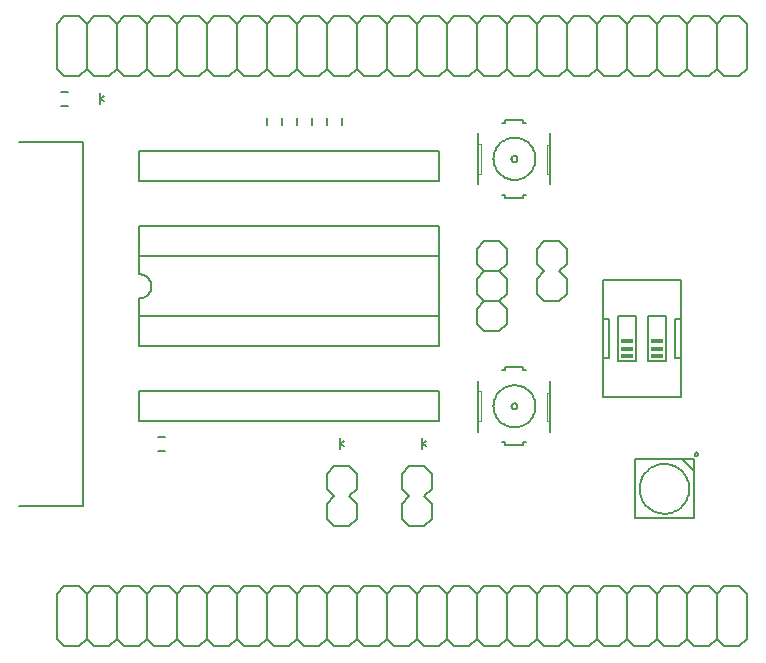
<source format=gto>
G75*
G70*
%OFA0B0*%
%FSLAX24Y24*%
%IPPOS*%
%LPD*%
%AMOC8*
5,1,8,0,0,1.08239X$1,22.5*
%
%ADD10C,0.0060*%
%ADD11C,0.0080*%
%ADD12R,0.0400X0.0150*%
%ADD13C,0.0020*%
%ADD14C,0.0050*%
D10*
X006613Y001000D02*
X006613Y002500D01*
X006863Y002750D01*
X007363Y002750D01*
X007613Y002500D01*
X007613Y001000D01*
X007363Y000750D01*
X006863Y000750D01*
X006613Y001000D01*
X007613Y001000D02*
X007863Y000750D01*
X008363Y000750D01*
X008613Y001000D01*
X008613Y002500D01*
X008363Y002750D01*
X007863Y002750D01*
X007613Y002500D01*
X008613Y002500D02*
X008863Y002750D01*
X009363Y002750D01*
X009613Y002500D01*
X009613Y001000D01*
X009363Y000750D01*
X008863Y000750D01*
X008613Y001000D01*
X009613Y001000D02*
X009863Y000750D01*
X010363Y000750D01*
X010613Y001000D01*
X010613Y002500D01*
X010363Y002750D01*
X009863Y002750D01*
X009613Y002500D01*
X010613Y002500D02*
X010863Y002750D01*
X011363Y002750D01*
X011613Y002500D01*
X011613Y001000D01*
X011363Y000750D01*
X010863Y000750D01*
X010613Y001000D01*
X011613Y001000D02*
X011863Y000750D01*
X012363Y000750D01*
X012613Y001000D01*
X012613Y002500D01*
X012363Y002750D01*
X011863Y002750D01*
X011613Y002500D01*
X012613Y002500D02*
X012863Y002750D01*
X013363Y002750D01*
X013613Y002500D01*
X013613Y001000D01*
X013363Y000750D01*
X012863Y000750D01*
X012613Y001000D01*
X013613Y001000D02*
X013863Y000750D01*
X014363Y000750D01*
X014613Y001000D01*
X014613Y002500D01*
X014863Y002750D01*
X015363Y002750D01*
X015613Y002500D01*
X015613Y001000D01*
X015363Y000750D01*
X014863Y000750D01*
X014613Y001000D01*
X015613Y001000D02*
X015863Y000750D01*
X016363Y000750D01*
X016613Y001000D01*
X016613Y002500D01*
X016863Y002750D01*
X017363Y002750D01*
X017613Y002500D01*
X017613Y001000D01*
X017363Y000750D01*
X016863Y000750D01*
X016613Y001000D01*
X017613Y001000D02*
X017863Y000750D01*
X018363Y000750D01*
X018613Y001000D01*
X018613Y002500D01*
X018863Y002750D01*
X019363Y002750D01*
X019613Y002500D01*
X019613Y001000D01*
X019363Y000750D01*
X018863Y000750D01*
X018613Y001000D01*
X019613Y001000D02*
X019863Y000750D01*
X020363Y000750D01*
X020613Y001000D01*
X020613Y002500D01*
X020863Y002750D01*
X021363Y002750D01*
X021613Y002500D01*
X021613Y001000D01*
X021363Y000750D01*
X020863Y000750D01*
X020613Y001000D01*
X021613Y001000D02*
X021863Y000750D01*
X022363Y000750D01*
X022613Y001000D01*
X022613Y002500D01*
X022863Y002750D01*
X023363Y002750D01*
X023613Y002500D01*
X023613Y001000D01*
X023363Y000750D01*
X022863Y000750D01*
X022613Y001000D01*
X023613Y001000D02*
X023863Y000750D01*
X024363Y000750D01*
X024613Y001000D01*
X024613Y002500D01*
X024363Y002750D01*
X023863Y002750D01*
X023613Y002500D01*
X022613Y002500D02*
X022363Y002750D01*
X021863Y002750D01*
X021613Y002500D01*
X020613Y002500D02*
X020363Y002750D01*
X019863Y002750D01*
X019613Y002500D01*
X018613Y002500D02*
X018363Y002750D01*
X017863Y002750D01*
X017613Y002500D01*
X016613Y002500D02*
X016363Y002750D01*
X015863Y002750D01*
X015613Y002500D01*
X014613Y002500D02*
X014363Y002750D01*
X013863Y002750D01*
X013613Y002500D01*
X010231Y007264D02*
X009995Y007264D01*
X009995Y007736D02*
X010231Y007736D01*
X009363Y010750D02*
X009363Y011750D01*
X009363Y012350D01*
X009402Y012352D01*
X009441Y012358D01*
X009479Y012367D01*
X009516Y012380D01*
X009552Y012397D01*
X009585Y012417D01*
X009617Y012441D01*
X009646Y012467D01*
X009672Y012496D01*
X009696Y012528D01*
X009716Y012561D01*
X009733Y012597D01*
X009746Y012634D01*
X009755Y012672D01*
X009761Y012711D01*
X009763Y012750D01*
X009761Y012789D01*
X009755Y012828D01*
X009746Y012866D01*
X009733Y012903D01*
X009716Y012939D01*
X009696Y012972D01*
X009672Y013004D01*
X009646Y013033D01*
X009617Y013059D01*
X009585Y013083D01*
X009552Y013103D01*
X009516Y013120D01*
X009479Y013133D01*
X009441Y013142D01*
X009402Y013148D01*
X009363Y013150D01*
X009363Y013750D01*
X019363Y013750D01*
X019363Y011750D01*
X019363Y010750D01*
X009363Y010750D01*
X009363Y011750D02*
X019363Y011750D01*
X020613Y011500D02*
X020613Y012000D01*
X020863Y012250D01*
X020613Y012500D01*
X020613Y013000D01*
X020863Y013250D01*
X020613Y013500D01*
X020613Y014000D01*
X020863Y014250D01*
X021363Y014250D01*
X021613Y014000D01*
X021613Y013500D01*
X021363Y013250D01*
X021613Y013000D01*
X021613Y012500D01*
X021363Y012250D01*
X021613Y012000D01*
X021613Y011500D01*
X021363Y011250D01*
X020863Y011250D01*
X020613Y011500D01*
X020863Y012250D02*
X021363Y012250D01*
X021363Y013250D02*
X020863Y013250D01*
X019363Y013750D02*
X019363Y014750D01*
X009363Y014750D01*
X009363Y013750D01*
X013627Y018132D02*
X013627Y018368D01*
X014099Y018368D02*
X014099Y018132D01*
X014627Y018132D02*
X014627Y018368D01*
X015099Y018368D02*
X015099Y018132D01*
X015627Y018132D02*
X015627Y018368D01*
X016099Y018368D02*
X016099Y018132D01*
X015863Y019750D02*
X015613Y020000D01*
X015613Y021500D01*
X015863Y021750D01*
X016363Y021750D01*
X016613Y021500D01*
X016613Y020000D01*
X016363Y019750D01*
X015863Y019750D01*
X015613Y020000D02*
X015363Y019750D01*
X014863Y019750D01*
X014613Y020000D01*
X014613Y021500D01*
X014863Y021750D01*
X015363Y021750D01*
X015613Y021500D01*
X016613Y021500D02*
X016863Y021750D01*
X017363Y021750D01*
X017613Y021500D01*
X017613Y020000D01*
X017363Y019750D01*
X016863Y019750D01*
X016613Y020000D01*
X017613Y020000D02*
X017863Y019750D01*
X018363Y019750D01*
X018613Y020000D01*
X018613Y021500D01*
X018863Y021750D01*
X019363Y021750D01*
X019613Y021500D01*
X019613Y020000D01*
X019363Y019750D01*
X018863Y019750D01*
X018613Y020000D01*
X019613Y020000D02*
X019863Y019750D01*
X020363Y019750D01*
X020613Y020000D01*
X020613Y021500D01*
X020863Y021750D01*
X021363Y021750D01*
X021613Y021500D01*
X021613Y020000D01*
X021363Y019750D01*
X020863Y019750D01*
X020613Y020000D01*
X021613Y020000D02*
X021863Y019750D01*
X022363Y019750D01*
X022613Y020000D01*
X022613Y021500D01*
X022863Y021750D01*
X023363Y021750D01*
X023613Y021500D01*
X023613Y020000D01*
X023363Y019750D01*
X022863Y019750D01*
X022613Y020000D01*
X023613Y020000D02*
X023863Y019750D01*
X024363Y019750D01*
X024613Y020000D01*
X024613Y021500D01*
X024363Y021750D01*
X023863Y021750D01*
X023613Y021500D01*
X022613Y021500D02*
X022363Y021750D01*
X021863Y021750D01*
X021613Y021500D01*
X020613Y021500D02*
X020363Y021750D01*
X019863Y021750D01*
X019613Y021500D01*
X018613Y021500D02*
X018363Y021750D01*
X017863Y021750D01*
X017613Y021500D01*
X014613Y021500D02*
X014363Y021750D01*
X013863Y021750D01*
X013613Y021500D01*
X013363Y021750D01*
X012863Y021750D01*
X012613Y021500D01*
X012363Y021750D01*
X011863Y021750D01*
X011613Y021500D01*
X011363Y021750D01*
X010863Y021750D01*
X010613Y021500D01*
X010363Y021750D01*
X009863Y021750D01*
X009613Y021500D01*
X009363Y021750D01*
X008863Y021750D01*
X008613Y021500D01*
X008363Y021750D01*
X007863Y021750D01*
X007613Y021500D01*
X007363Y021750D01*
X006863Y021750D01*
X006613Y021500D01*
X006613Y020000D01*
X006863Y019750D01*
X007363Y019750D01*
X007613Y020000D01*
X007613Y021500D01*
X008613Y021500D02*
X008613Y020000D01*
X008363Y019750D01*
X007863Y019750D01*
X007613Y020000D01*
X008613Y020000D02*
X008863Y019750D01*
X009363Y019750D01*
X009613Y020000D01*
X009613Y021500D01*
X010613Y021500D02*
X010613Y020000D01*
X010363Y019750D01*
X009863Y019750D01*
X009613Y020000D01*
X010613Y020000D02*
X010863Y019750D01*
X011363Y019750D01*
X011613Y020000D01*
X011613Y021500D01*
X012613Y021500D02*
X012613Y020000D01*
X012363Y019750D01*
X011863Y019750D01*
X011613Y020000D01*
X012613Y020000D02*
X012863Y019750D01*
X013363Y019750D01*
X013613Y020000D01*
X013613Y021500D01*
X013613Y020000D02*
X013863Y019750D01*
X014363Y019750D01*
X014613Y020000D01*
X020663Y017850D02*
X020663Y017500D01*
X020663Y016500D01*
X020663Y016150D01*
X021463Y015800D02*
X021563Y015800D01*
X021563Y015700D01*
X022163Y015700D01*
X022163Y015800D01*
X022263Y015800D01*
X023063Y016150D02*
X023063Y016500D01*
X023063Y017450D01*
X023063Y017850D01*
X022263Y018200D02*
X022163Y018200D01*
X022163Y018300D01*
X021563Y018300D01*
X021563Y018200D01*
X021463Y018200D01*
X021763Y017000D02*
X021765Y017020D01*
X021771Y017038D01*
X021780Y017056D01*
X021792Y017071D01*
X021807Y017083D01*
X021825Y017092D01*
X021843Y017098D01*
X021863Y017100D01*
X021883Y017098D01*
X021901Y017092D01*
X021919Y017083D01*
X021934Y017071D01*
X021946Y017056D01*
X021955Y017038D01*
X021961Y017020D01*
X021963Y017000D01*
X021961Y016980D01*
X021955Y016962D01*
X021946Y016944D01*
X021934Y016929D01*
X021919Y016917D01*
X021901Y016908D01*
X021883Y016902D01*
X021863Y016900D01*
X021843Y016902D01*
X021825Y016908D01*
X021807Y016917D01*
X021792Y016929D01*
X021780Y016944D01*
X021771Y016962D01*
X021765Y016980D01*
X021763Y017000D01*
X021163Y017000D02*
X021165Y017052D01*
X021171Y017104D01*
X021181Y017156D01*
X021194Y017206D01*
X021211Y017256D01*
X021232Y017304D01*
X021257Y017350D01*
X021285Y017394D01*
X021316Y017436D01*
X021350Y017476D01*
X021387Y017513D01*
X021427Y017547D01*
X021469Y017578D01*
X021513Y017606D01*
X021559Y017631D01*
X021607Y017652D01*
X021657Y017669D01*
X021707Y017682D01*
X021759Y017692D01*
X021811Y017698D01*
X021863Y017700D01*
X021915Y017698D01*
X021967Y017692D01*
X022019Y017682D01*
X022069Y017669D01*
X022119Y017652D01*
X022167Y017631D01*
X022213Y017606D01*
X022257Y017578D01*
X022299Y017547D01*
X022339Y017513D01*
X022376Y017476D01*
X022410Y017436D01*
X022441Y017394D01*
X022469Y017350D01*
X022494Y017304D01*
X022515Y017256D01*
X022532Y017206D01*
X022545Y017156D01*
X022555Y017104D01*
X022561Y017052D01*
X022563Y017000D01*
X022561Y016948D01*
X022555Y016896D01*
X022545Y016844D01*
X022532Y016794D01*
X022515Y016744D01*
X022494Y016696D01*
X022469Y016650D01*
X022441Y016606D01*
X022410Y016564D01*
X022376Y016524D01*
X022339Y016487D01*
X022299Y016453D01*
X022257Y016422D01*
X022213Y016394D01*
X022167Y016369D01*
X022119Y016348D01*
X022069Y016331D01*
X022019Y016318D01*
X021967Y016308D01*
X021915Y016302D01*
X021863Y016300D01*
X021811Y016302D01*
X021759Y016308D01*
X021707Y016318D01*
X021657Y016331D01*
X021607Y016348D01*
X021559Y016369D01*
X021513Y016394D01*
X021469Y016422D01*
X021427Y016453D01*
X021387Y016487D01*
X021350Y016524D01*
X021316Y016564D01*
X021285Y016606D01*
X021257Y016650D01*
X021232Y016696D01*
X021211Y016744D01*
X021194Y016794D01*
X021181Y016844D01*
X021171Y016896D01*
X021165Y016948D01*
X021163Y017000D01*
X024613Y020000D02*
X024863Y019750D01*
X025363Y019750D01*
X025613Y020000D01*
X025613Y021500D01*
X025363Y021750D01*
X024863Y021750D01*
X024613Y021500D01*
X025613Y021500D02*
X025863Y021750D01*
X026363Y021750D01*
X026613Y021500D01*
X026613Y020000D01*
X026363Y019750D01*
X025863Y019750D01*
X025613Y020000D01*
X026613Y020000D02*
X026863Y019750D01*
X027363Y019750D01*
X027613Y020000D01*
X027613Y021500D01*
X027363Y021750D01*
X026863Y021750D01*
X026613Y021500D01*
X027613Y021500D02*
X027863Y021750D01*
X028363Y021750D01*
X028613Y021500D01*
X028613Y020000D01*
X028363Y019750D01*
X027863Y019750D01*
X027613Y020000D01*
X028613Y020000D02*
X028863Y019750D01*
X029363Y019750D01*
X029613Y020000D01*
X029613Y021500D01*
X029363Y021750D01*
X028863Y021750D01*
X028613Y021500D01*
X022163Y010050D02*
X021563Y010050D01*
X021563Y009950D01*
X021463Y009950D01*
X022163Y009950D02*
X022263Y009950D01*
X022163Y009950D02*
X022163Y010050D01*
X023063Y009600D02*
X023063Y009200D01*
X023063Y008250D01*
X023063Y007900D01*
X022263Y007550D02*
X022163Y007550D01*
X022163Y007450D01*
X021563Y007450D01*
X021563Y007550D01*
X021463Y007550D01*
X020663Y007900D02*
X020663Y008250D01*
X020663Y009250D01*
X020663Y009600D01*
X021763Y008750D02*
X021765Y008770D01*
X021771Y008788D01*
X021780Y008806D01*
X021792Y008821D01*
X021807Y008833D01*
X021825Y008842D01*
X021843Y008848D01*
X021863Y008850D01*
X021883Y008848D01*
X021901Y008842D01*
X021919Y008833D01*
X021934Y008821D01*
X021946Y008806D01*
X021955Y008788D01*
X021961Y008770D01*
X021963Y008750D01*
X021961Y008730D01*
X021955Y008712D01*
X021946Y008694D01*
X021934Y008679D01*
X021919Y008667D01*
X021901Y008658D01*
X021883Y008652D01*
X021863Y008650D01*
X021843Y008652D01*
X021825Y008658D01*
X021807Y008667D01*
X021792Y008679D01*
X021780Y008694D01*
X021771Y008712D01*
X021765Y008730D01*
X021763Y008750D01*
X021163Y008750D02*
X021165Y008802D01*
X021171Y008854D01*
X021181Y008906D01*
X021194Y008956D01*
X021211Y009006D01*
X021232Y009054D01*
X021257Y009100D01*
X021285Y009144D01*
X021316Y009186D01*
X021350Y009226D01*
X021387Y009263D01*
X021427Y009297D01*
X021469Y009328D01*
X021513Y009356D01*
X021559Y009381D01*
X021607Y009402D01*
X021657Y009419D01*
X021707Y009432D01*
X021759Y009442D01*
X021811Y009448D01*
X021863Y009450D01*
X021915Y009448D01*
X021967Y009442D01*
X022019Y009432D01*
X022069Y009419D01*
X022119Y009402D01*
X022167Y009381D01*
X022213Y009356D01*
X022257Y009328D01*
X022299Y009297D01*
X022339Y009263D01*
X022376Y009226D01*
X022410Y009186D01*
X022441Y009144D01*
X022469Y009100D01*
X022494Y009054D01*
X022515Y009006D01*
X022532Y008956D01*
X022545Y008906D01*
X022555Y008854D01*
X022561Y008802D01*
X022563Y008750D01*
X022561Y008698D01*
X022555Y008646D01*
X022545Y008594D01*
X022532Y008544D01*
X022515Y008494D01*
X022494Y008446D01*
X022469Y008400D01*
X022441Y008356D01*
X022410Y008314D01*
X022376Y008274D01*
X022339Y008237D01*
X022299Y008203D01*
X022257Y008172D01*
X022213Y008144D01*
X022167Y008119D01*
X022119Y008098D01*
X022069Y008081D01*
X022019Y008068D01*
X021967Y008058D01*
X021915Y008052D01*
X021863Y008050D01*
X021811Y008052D01*
X021759Y008058D01*
X021707Y008068D01*
X021657Y008081D01*
X021607Y008098D01*
X021559Y008119D01*
X021513Y008144D01*
X021469Y008172D01*
X021427Y008203D01*
X021387Y008237D01*
X021350Y008274D01*
X021316Y008314D01*
X021285Y008356D01*
X021257Y008400D01*
X021232Y008446D01*
X021211Y008494D01*
X021194Y008544D01*
X021181Y008594D01*
X021171Y008646D01*
X021165Y008698D01*
X021163Y008750D01*
X024863Y002750D02*
X024613Y002500D01*
X024863Y002750D02*
X025363Y002750D01*
X025613Y002500D01*
X025613Y001000D01*
X025363Y000750D01*
X024863Y000750D01*
X024613Y001000D01*
X025613Y001000D02*
X025863Y000750D01*
X026363Y000750D01*
X026613Y001000D01*
X026613Y002500D01*
X026363Y002750D01*
X025863Y002750D01*
X025613Y002500D01*
X026613Y002500D02*
X026863Y002750D01*
X027363Y002750D01*
X027613Y002500D01*
X027613Y001000D01*
X027363Y000750D01*
X026863Y000750D01*
X026613Y001000D01*
X027613Y001000D02*
X027863Y000750D01*
X028363Y000750D01*
X028613Y001000D01*
X028613Y002500D01*
X028363Y002750D01*
X027863Y002750D01*
X027613Y002500D01*
X028613Y002500D02*
X028863Y002750D01*
X029363Y002750D01*
X029613Y002500D01*
X029613Y001000D01*
X029363Y000750D01*
X028863Y000750D01*
X028613Y001000D01*
X006981Y018764D02*
X006745Y018764D01*
X006745Y019236D02*
X006981Y019236D01*
D11*
X008046Y019181D02*
X008046Y019000D01*
X008168Y019092D01*
X008046Y019000D02*
X008046Y018819D01*
X008168Y018914D02*
X008052Y018990D01*
X007466Y017563D02*
X007466Y005437D01*
X005363Y005437D01*
X015613Y005500D02*
X015613Y005000D01*
X015863Y004750D01*
X016363Y004750D01*
X016613Y005000D01*
X016613Y005500D01*
X016363Y005750D01*
X016613Y006000D01*
X016613Y006500D01*
X016363Y006750D01*
X015863Y006750D01*
X015613Y006500D01*
X015613Y006000D01*
X015863Y005750D01*
X015613Y005500D01*
X018113Y005500D02*
X018113Y005000D01*
X018363Y004750D01*
X018863Y004750D01*
X019113Y005000D01*
X019113Y005500D01*
X018863Y005750D01*
X019113Y006000D01*
X019113Y006500D01*
X018863Y006750D01*
X018363Y006750D01*
X018113Y006500D01*
X018113Y006000D01*
X018363Y005750D01*
X018113Y005500D01*
X018796Y007319D02*
X018796Y007500D01*
X018918Y007592D01*
X018796Y007681D02*
X018796Y007500D01*
X018802Y007490D02*
X018918Y007414D01*
X016168Y007414D02*
X016052Y007490D01*
X016046Y007500D02*
X016168Y007592D01*
X016046Y007681D02*
X016046Y007500D01*
X016046Y007319D01*
X022613Y012500D02*
X022863Y012250D01*
X023363Y012250D01*
X023613Y012500D01*
X023613Y013000D01*
X023363Y013250D01*
X023613Y013500D01*
X023613Y014000D01*
X023363Y014250D01*
X022863Y014250D01*
X022613Y014000D01*
X022613Y013500D01*
X022863Y013250D01*
X022613Y013000D01*
X022613Y012500D01*
X024813Y012950D02*
X024813Y011650D01*
X024813Y010350D01*
X024813Y009050D01*
X027413Y009050D01*
X027413Y010350D01*
X027413Y011650D01*
X027413Y012950D01*
X024813Y012950D01*
X025313Y011750D02*
X025913Y011750D01*
X025913Y010250D01*
X025313Y010250D01*
X025313Y011750D01*
X025013Y011650D02*
X024813Y011650D01*
X025013Y011650D02*
X025013Y010350D01*
X024813Y010350D01*
X026313Y010250D02*
X026913Y010250D01*
X026913Y011750D01*
X026313Y011750D01*
X026313Y010250D01*
X027213Y010350D02*
X027413Y010350D01*
X027213Y010350D02*
X027213Y011650D01*
X027413Y011650D01*
X007466Y017563D02*
X005363Y017563D01*
D12*
X025613Y010925D03*
X025613Y010675D03*
X025613Y010425D03*
X026613Y010425D03*
X026613Y010675D03*
X026613Y010925D03*
D13*
X023063Y009200D02*
X022963Y009200D01*
X022963Y008250D01*
X023063Y008250D01*
X020763Y008250D02*
X020763Y009250D01*
X020663Y009250D01*
X020663Y008250D02*
X020763Y008250D01*
X020763Y016500D02*
X020763Y017500D01*
X020663Y017500D01*
X020663Y016500D02*
X020763Y016500D01*
X022963Y016500D02*
X023063Y016500D01*
X022963Y016500D02*
X022963Y017450D01*
X023063Y017450D01*
D14*
X019363Y017250D02*
X019363Y016250D01*
X009363Y016250D01*
X009363Y017250D01*
X019363Y017250D01*
X019363Y009250D02*
X009363Y009250D01*
X009363Y008250D01*
X019363Y008250D01*
X019363Y009250D01*
X025879Y006984D02*
X027454Y006984D01*
X027847Y006591D01*
X027847Y005016D01*
X025879Y005016D01*
X025879Y006984D01*
X026036Y006000D02*
X026038Y006057D01*
X026044Y006114D01*
X026054Y006170D01*
X026067Y006226D01*
X026085Y006280D01*
X026106Y006333D01*
X026131Y006384D01*
X026159Y006434D01*
X026191Y006481D01*
X026225Y006527D01*
X026263Y006569D01*
X026304Y006609D01*
X026347Y006647D01*
X026393Y006681D01*
X026441Y006711D01*
X026491Y006739D01*
X026543Y006763D01*
X026597Y006783D01*
X026651Y006799D01*
X026707Y006812D01*
X026763Y006821D01*
X026820Y006826D01*
X026877Y006827D01*
X026934Y006824D01*
X026991Y006817D01*
X027047Y006806D01*
X027102Y006792D01*
X027156Y006773D01*
X027209Y006751D01*
X027260Y006726D01*
X027309Y006696D01*
X027356Y006664D01*
X027401Y006628D01*
X027443Y006590D01*
X027482Y006548D01*
X027518Y006504D01*
X027552Y006458D01*
X027582Y006409D01*
X027608Y006359D01*
X027631Y006307D01*
X027650Y006253D01*
X027666Y006198D01*
X027678Y006142D01*
X027686Y006085D01*
X027690Y006029D01*
X027690Y005971D01*
X027686Y005915D01*
X027678Y005858D01*
X027666Y005802D01*
X027650Y005747D01*
X027631Y005693D01*
X027608Y005641D01*
X027582Y005591D01*
X027552Y005542D01*
X027518Y005496D01*
X027482Y005452D01*
X027443Y005410D01*
X027401Y005372D01*
X027356Y005336D01*
X027309Y005304D01*
X027260Y005274D01*
X027209Y005249D01*
X027156Y005227D01*
X027102Y005208D01*
X027047Y005194D01*
X026991Y005183D01*
X026934Y005176D01*
X026877Y005173D01*
X026820Y005174D01*
X026763Y005179D01*
X026707Y005188D01*
X026651Y005201D01*
X026597Y005217D01*
X026543Y005237D01*
X026491Y005261D01*
X026441Y005289D01*
X026393Y005319D01*
X026347Y005353D01*
X026304Y005391D01*
X026263Y005431D01*
X026225Y005473D01*
X026191Y005519D01*
X026159Y005566D01*
X026131Y005616D01*
X026106Y005667D01*
X026085Y005720D01*
X026067Y005774D01*
X026054Y005830D01*
X026044Y005886D01*
X026038Y005943D01*
X026036Y006000D01*
X027454Y006984D02*
X027847Y006984D01*
X027847Y006591D01*
X027865Y007155D02*
X027867Y007169D01*
X027873Y007183D01*
X027881Y007195D01*
X027893Y007203D01*
X027907Y007209D01*
X027921Y007211D01*
X027935Y007209D01*
X027949Y007203D01*
X027961Y007195D01*
X027969Y007183D01*
X027975Y007169D01*
X027977Y007155D01*
X027975Y007141D01*
X027969Y007127D01*
X027961Y007115D01*
X027949Y007107D01*
X027935Y007101D01*
X027921Y007099D01*
X027907Y007101D01*
X027893Y007107D01*
X027881Y007115D01*
X027873Y007127D01*
X027867Y007141D01*
X027865Y007155D01*
M02*

</source>
